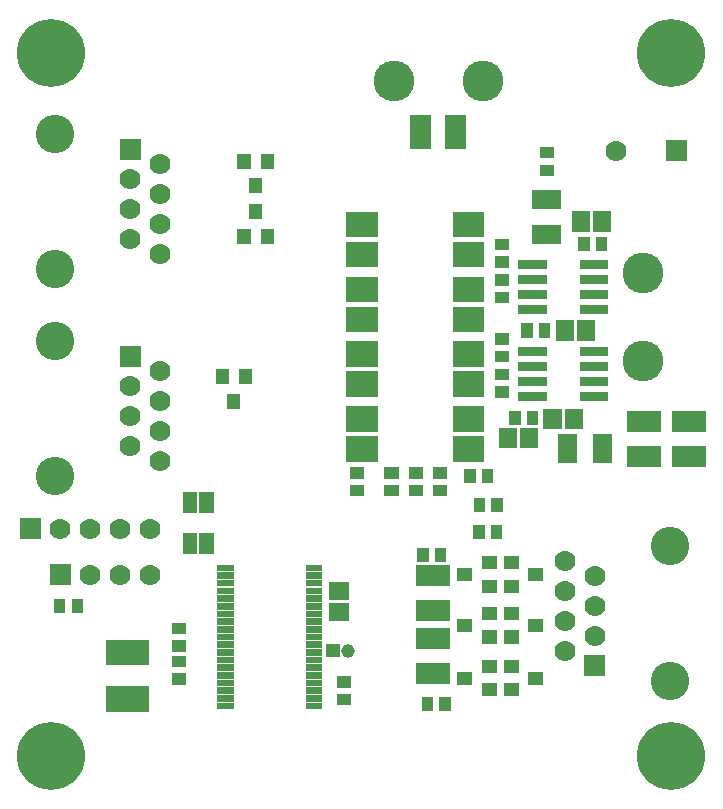
<source format=gbr>
G04 start of page 7 for group -4063 idx -4063 *
G04 Title: (unknown), componentmask *
G04 Creator: pcb 20110918 *
G04 CreationDate: Wed 12 Sep 2012 14:20:39 GMT UTC *
G04 For: rob *
G04 Format: Gerber/RS-274X *
G04 PCB-Dimensions: 236220 263780 *
G04 PCB-Coordinate-Origin: lower left *
%MOIN*%
%FSLAX25Y25*%
%LNTOPMASK*%
%ADD93R,0.0494X0.0494*%
%ADD92R,0.0440X0.0440*%
%ADD91R,0.0612X0.0612*%
%ADD90R,0.0630X0.0630*%
%ADD89R,0.0300X0.0300*%
%ADD88R,0.0840X0.0840*%
%ADD87R,0.0700X0.0700*%
%ADD86R,0.0218X0.0218*%
%ADD85R,0.0381X0.0381*%
%ADD84R,0.0848X0.0848*%
%ADD83C,0.1360*%
%ADD82C,0.0453*%
%ADD81C,0.2270*%
%ADD80C,0.1280*%
%ADD79C,0.0001*%
%ADD78C,0.0700*%
G54D78*X185865Y79727D03*
X195865Y74727D03*
X185865Y59727D03*
X195865Y64727D03*
X185865Y69727D03*
X195865Y54727D03*
G54D79*G36*
X192365Y48227D02*Y41227D01*
X199365D01*
Y48227D01*
X192365D01*
G37*
G54D78*X185865Y49727D03*
G54D80*X220865Y39727D03*
Y84727D03*
G54D81*X221457Y14764D03*
G54D79*G36*
X106455Y52069D02*Y47541D01*
X110983D01*
Y52069D01*
X106455D01*
G37*
G54D82*X113719Y49805D03*
G54D83*X212005Y146220D03*
Y175748D03*
X158662Y239567D03*
X129134D03*
G54D79*G36*
X219650Y219840D02*Y212840D01*
X226650D01*
Y219840D01*
X219650D01*
G37*
G54D78*X203150Y216340D03*
G54D81*X221457Y249016D03*
G54D79*G36*
X14217Y78502D02*Y71502D01*
X21217D01*
Y78502D01*
X14217D01*
G37*
G54D78*X27717Y75002D03*
G54D81*X14764Y14764D03*
G54D78*X37717Y75002D03*
X37797Y90356D03*
X47717Y75002D03*
X47797Y90356D03*
X51142Y112955D03*
X41142Y117955D03*
X51142Y122955D03*
G54D80*X16142Y107955D03*
G54D79*G36*
X4297Y93856D02*Y86856D01*
X11297D01*
Y93856D01*
X4297D01*
G37*
G54D78*X17797Y90356D03*
X27797D03*
X51142Y181852D03*
Y201852D03*
Y211852D03*
Y191852D03*
X41142Y186852D03*
Y206852D03*
Y196852D03*
G54D79*G36*
X37642Y220352D02*Y213352D01*
X44642D01*
Y220352D01*
X37642D01*
G37*
G54D80*X16142Y221852D03*
Y176852D03*
G54D78*X51142Y132955D03*
X41142Y137955D03*
Y127955D03*
G54D79*G36*
X37642Y151455D02*Y144455D01*
X44642D01*
Y151455D01*
X37642D01*
G37*
G54D78*X51142Y142955D03*
G54D80*X16142Y152955D03*
G54D81*X14764Y249016D03*
G54D84*X37157Y33710D02*X43118D01*
X37157Y49214D02*X43157D01*
G54D85*X56799Y40356D02*X57767D01*
X56799Y46190D02*X57767D01*
X56799Y51254D02*X57767D01*
X56799Y57088D02*X57767D01*
G54D86*X71161Y77365D02*X74507D01*
X71161Y74806D02*X74507D01*
X71161Y72247D02*X74507D01*
X71161Y69688D02*X74507D01*
X71161Y67129D02*X74507D01*
X71161Y64570D02*X74507D01*
X71161Y62011D02*X74507D01*
X71161Y59452D02*X74507D01*
G54D85*X17591Y65052D02*Y64084D01*
X23425Y65052D02*Y64084D01*
G54D86*X71161Y56893D02*X74507D01*
X71161Y54334D02*X74507D01*
X71161Y51775D02*X74507D01*
X71161Y49216D02*X74507D01*
X71161Y46657D02*X74507D01*
X71161Y44098D02*X74507D01*
X71161Y41539D02*X74507D01*
X71161Y38980D02*X74507D01*
X71161Y36421D02*X74507D01*
X71161Y33862D02*X74507D01*
X71161Y31303D02*X74507D01*
G54D87*X137886Y224756D02*Y220520D01*
X149606Y224756D02*Y220520D01*
G54D88*X152937Y191931D02*X154937D01*
G54D89*X171919Y178545D02*X178419D01*
X171919Y173545D02*X178419D01*
X171919Y168545D02*X178419D01*
X171919Y163545D02*X178419D01*
G54D85*X173300Y156982D02*Y156014D01*
X179134Y156982D02*Y156014D01*
X164477Y173356D02*X165445D01*
X164477Y167522D02*X165445D01*
X164477Y185167D02*X165445D01*
X164477Y179333D02*X165445D01*
G54D90*X178321Y200199D02*X181521D01*
G54D91*X191339Y193308D02*Y192522D01*
X198425Y193308D02*Y192522D01*
G54D90*X178321Y188599D02*X181521D01*
G54D85*X198228Y185722D02*Y184754D01*
X192394Y185722D02*Y184754D01*
X179439Y215748D02*X180407D01*
X179439Y209914D02*X180407D01*
G54D89*X192419Y163545D02*X198919D01*
X192419Y168545D02*X198919D01*
X192419Y173545D02*X198919D01*
X192419Y178545D02*X198919D01*
G54D91*X193110Y156890D02*Y156104D01*
X186024Y156890D02*Y156104D01*
G54D88*X117337Y148624D02*X119337D01*
X117337Y138624D02*X119337D01*
X117337Y160277D02*X119337D01*
G54D92*X78974Y188165D02*Y187565D01*
X86774Y188165D02*Y187565D01*
X82874Y196365D02*Y195765D01*
X86774Y213226D02*Y212626D01*
X78974Y213226D02*Y212626D01*
X82874Y205026D02*Y204426D01*
G54D88*X152937Y148624D02*X154937D01*
X152937Y181931D02*X154937D01*
X152937Y160277D02*X154937D01*
X152937Y170277D02*X154937D01*
X117337Y191931D02*X119337D01*
X117337Y181931D02*X119337D01*
X117337Y170277D02*X119337D01*
G54D85*X164477Y153671D02*X165445D01*
X164477Y147837D02*X165445D01*
G54D88*X117337Y126970D02*X119337D01*
X152937Y138624D02*X154937D01*
G54D85*X164477Y141859D02*X165445D01*
X164477Y136025D02*X165445D01*
G54D88*X117337Y116970D02*X119337D01*
G54D85*X116248Y109056D02*X117216D01*
X116248Y103222D02*X117216D01*
X127666Y109056D02*X128634D01*
X143807Y103222D02*X144775D01*
X127666D02*X128634D01*
X135933Y109057D02*X136901D01*
X135933Y103223D02*X136901D01*
G54D88*X152937Y126970D02*X154937D01*
G54D85*X143807Y109056D02*X144775D01*
G54D88*X152937Y116970D02*X154937D01*
G54D85*X154402Y108556D02*Y107588D01*
X160236Y108556D02*Y107588D01*
G54D91*X166930Y121063D02*Y120277D01*
X174016Y121063D02*Y120277D01*
G54D92*X79527Y141444D02*Y140844D01*
X75627Y133244D02*Y132644D01*
X71727Y141444D02*Y140844D01*
G54D93*X66536Y100202D02*Y98234D01*
X61024Y100202D02*Y98234D01*
Y86422D02*Y84454D01*
X66536Y86422D02*Y84454D01*
G54D90*X198425Y118728D02*Y115528D01*
G54D87*X225244Y126183D02*X229480D01*
X210283D02*X214519D01*
X225244Y114463D02*X229480D01*
X210283D02*X214519D01*
G54D91*X181890Y127363D02*Y126577D01*
X188976Y127363D02*Y126577D01*
G54D89*X192419Y134411D02*X198919D01*
X192419Y139411D02*X198919D01*
X192419Y144411D02*X198919D01*
X192419Y149411D02*X198919D01*
X171919D02*X178419D01*
X171919Y144411D02*X178419D01*
X171919Y139411D02*X178419D01*
X171919Y134411D02*X178419D01*
G54D85*X175197Y127847D02*Y126879D01*
X169363Y127847D02*Y126879D01*
G54D90*X186825Y118728D02*Y115528D01*
G54D87*X139811Y42022D02*X144047D01*
G54D85*X146063Y32376D02*Y31408D01*
X140229Y32376D02*Y31408D01*
X111918Y39372D02*X112886D01*
X111918Y33538D02*X112886D01*
G54D86*X100689Y31303D02*X104035D01*
X100689Y33862D02*X104035D01*
X100689Y36421D02*X104035D01*
X100689Y38980D02*X104035D01*
X100689Y41539D02*X104035D01*
X100689Y44098D02*X104035D01*
X100689Y46657D02*X104035D01*
X100689Y49216D02*X104035D01*
X100689Y51775D02*X104035D01*
X100689Y54334D02*X104035D01*
X100689Y56893D02*X104035D01*
X100689Y59452D02*X104035D01*
X100689Y62011D02*X104035D01*
X100689Y64570D02*X104035D01*
X100689Y67129D02*X104035D01*
X100689Y69688D02*X104035D01*
X100689Y72247D02*X104035D01*
X100689Y74806D02*X104035D01*
X100689Y77365D02*X104035D01*
G54D91*X110237Y69687D02*X111023D01*
X110237Y62601D02*X111023D01*
G54D87*X139811Y63191D02*X144047D01*
X139811Y53742D02*X144047D01*
G54D92*X152327Y40590D02*X152927D01*
X152327Y58233D02*X152927D01*
G54D87*X139811Y74911D02*X144047D01*
G54D92*X152327Y75162D02*X152927D01*
G54D85*X163189Y89856D02*Y88888D01*
X157355Y89856D02*Y88888D01*
G54D92*X160527Y71262D02*X161127D01*
X160527Y79062D02*X161127D01*
X167810D02*X168410D01*
X167810Y71262D02*X168410D01*
X176010Y75162D02*X176610D01*
G54D85*X138654Y82179D02*Y81211D01*
G54D92*X176010Y40590D02*X176610D01*
X176010Y58233D02*X176610D01*
X160527Y54333D02*X161127D01*
X160527Y62133D02*X161127D01*
X167810D02*X168410D01*
X167810Y54333D02*X168410D01*
X167810Y36690D02*X168410D01*
X160527D02*X161127D01*
X167810Y44490D02*X168410D01*
X160527D02*X161127D01*
G54D85*X163386Y98715D02*Y97747D01*
X157552Y98715D02*Y97747D01*
X144488Y82179D02*Y81211D01*
M02*

</source>
